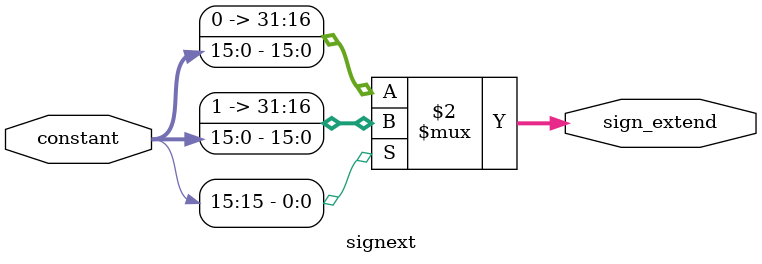
<source format=v>
`timescale 1ns / 1ps


module signext(
    input [15:0]constant,
    output [31:0]sign_extend
    );
assign sign_extend = (constant[15] == 0)?{{16{1'b0}},constant[15:0]}:{{16{1'b1}},constant[15:0]};
endmodule

</source>
